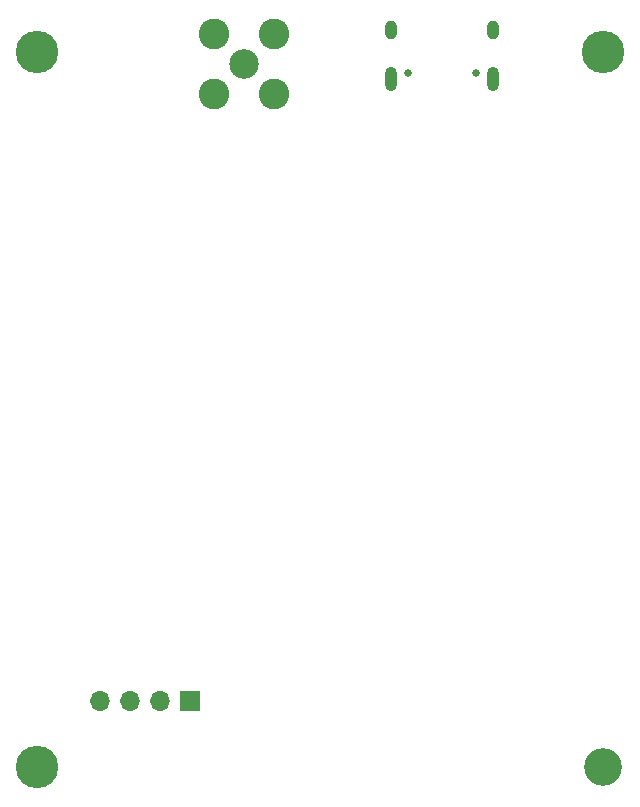
<source format=gbs>
G04 #@! TF.GenerationSoftware,KiCad,Pcbnew,6.0.9-1.fc36*
G04 #@! TF.CreationDate,2022-11-14T14:18:14-03:00*
G04 #@! TF.ProjectId,bs_transceiver,62735f74-7261-46e7-9363-65697665722e,Rev 2*
G04 #@! TF.SameCoordinates,Original*
G04 #@! TF.FileFunction,Soldermask,Bot*
G04 #@! TF.FilePolarity,Negative*
%FSLAX46Y46*%
G04 Gerber Fmt 4.6, Leading zero omitted, Abs format (unit mm)*
G04 Created by KiCad (PCBNEW 6.0.9-1.fc36) date 2022-11-14 14:18:14*
%MOMM*%
%LPD*%
G01*
G04 APERTURE LIST*
%ADD10C,3.600000*%
%ADD11C,3.200000*%
%ADD12C,2.500000*%
%ADD13C,2.600000*%
%ADD14R,1.700000X1.700000*%
%ADD15O,1.700000X1.700000*%
%ADD16C,0.650000*%
%ADD17O,1.000000X2.100000*%
%ADD18O,1.000000X1.600000*%
G04 APERTURE END LIST*
D10*
X3500000Y-3500000D03*
D11*
X51500000Y-64000000D03*
D10*
X51500000Y-3500000D03*
X3500000Y-64000000D03*
D12*
X21031200Y-4546600D03*
D13*
X18491200Y-2006600D03*
X23571200Y-7086600D03*
X23571200Y-2006600D03*
X18491200Y-7086600D03*
D14*
X16500000Y-58470800D03*
D15*
X13960000Y-58470800D03*
X11420000Y-58470800D03*
X8880000Y-58470800D03*
D16*
X40736000Y-5271800D03*
X34956000Y-5271800D03*
D17*
X42166000Y-5801800D03*
X33526000Y-5801800D03*
D18*
X42166000Y-1621800D03*
X33526000Y-1621800D03*
M02*

</source>
